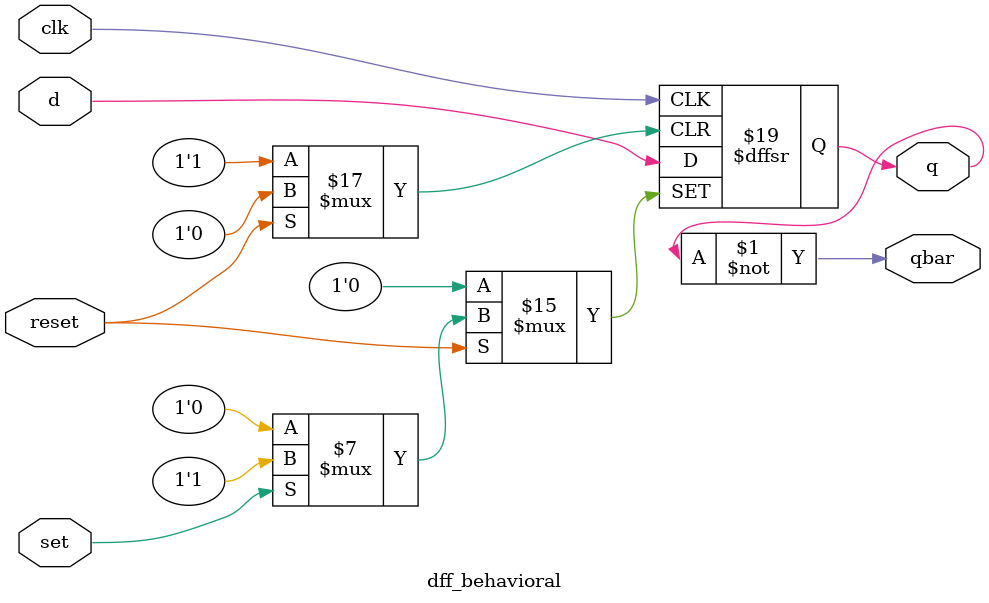
<source format=v>
module dff_behavioral (output reg q, 
                        output wire qbar,
                        input wire d, set, reset, clk    
);

assign qbar= ~q;

always @(posedge clk or posedge set or negedge reset) begin
    if(reset==0) q<= 0;     //active low reset
    else if (set== 1) q<= 1;      //active high preset
    else q<= d;
end

endmodule //dff_behavioral
</source>
